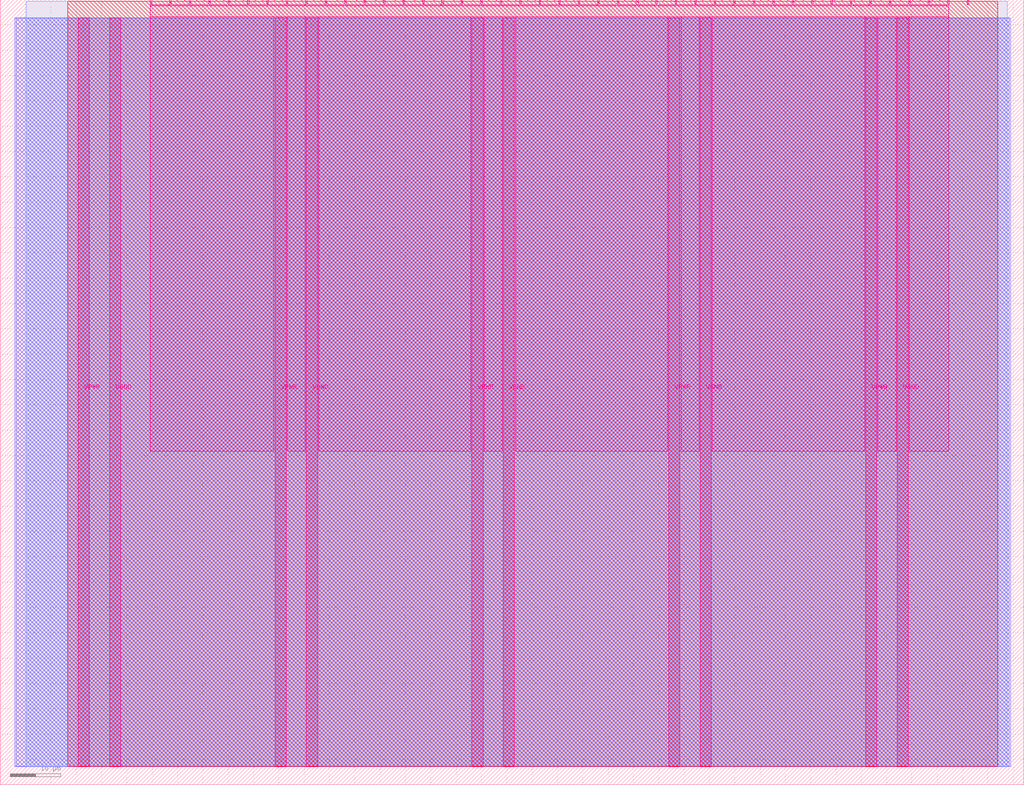
<source format=lef>
VERSION 5.7 ;
  NOWIREEXTENSIONATPIN ON ;
  DIVIDERCHAR "/" ;
  BUSBITCHARS "[]" ;
MACRO tt_um_rejunity_vga_logo
  CLASS BLOCK ;
  FOREIGN tt_um_rejunity_vga_logo ;
  ORIGIN 0.000 0.000 ;
  SIZE 202.080 BY 154.980 ;
  PIN VGND
    DIRECTION INOUT ;
    USE GROUND ;
    PORT
      LAYER Metal5 ;
        RECT 21.580 3.560 23.780 151.420 ;
    END
    PORT
      LAYER Metal5 ;
        RECT 60.450 3.560 62.650 151.420 ;
    END
    PORT
      LAYER Metal5 ;
        RECT 99.320 3.560 101.520 151.420 ;
    END
    PORT
      LAYER Metal5 ;
        RECT 138.190 3.560 140.390 151.420 ;
    END
    PORT
      LAYER Metal5 ;
        RECT 177.060 3.560 179.260 151.420 ;
    END
  END VGND
  PIN VPWR
    DIRECTION INOUT ;
    USE POWER ;
    PORT
      LAYER Metal5 ;
        RECT 15.380 3.560 17.580 151.420 ;
    END
    PORT
      LAYER Metal5 ;
        RECT 54.250 3.560 56.450 151.420 ;
    END
    PORT
      LAYER Metal5 ;
        RECT 93.120 3.560 95.320 151.420 ;
    END
    PORT
      LAYER Metal5 ;
        RECT 131.990 3.560 134.190 151.420 ;
    END
    PORT
      LAYER Metal5 ;
        RECT 170.860 3.560 173.060 151.420 ;
    END
  END VPWR
  PIN clk
    DIRECTION INPUT ;
    USE SIGNAL ;
    ANTENNAGATEAREA 0.213200 ;
    PORT
      LAYER Metal5 ;
        RECT 187.050 153.980 187.350 154.980 ;
    END
  END clk
  PIN ena
    DIRECTION INPUT ;
    USE SIGNAL ;
    PORT
      LAYER Metal5 ;
        RECT 190.890 153.980 191.190 154.980 ;
    END
  END ena
  PIN rst_n
    DIRECTION INPUT ;
    USE SIGNAL ;
    ANTENNAGATEAREA 0.629200 ;
    PORT
      LAYER Metal5 ;
        RECT 183.210 153.980 183.510 154.980 ;
    END
  END rst_n
  PIN ui_in[0]
    DIRECTION INPUT ;
    USE SIGNAL ;
    PORT
      LAYER Metal5 ;
        RECT 179.370 153.980 179.670 154.980 ;
    END
  END ui_in[0]
  PIN ui_in[1]
    DIRECTION INPUT ;
    USE SIGNAL ;
    PORT
      LAYER Metal5 ;
        RECT 175.530 153.980 175.830 154.980 ;
    END
  END ui_in[1]
  PIN ui_in[2]
    DIRECTION INPUT ;
    USE SIGNAL ;
    PORT
      LAYER Metal5 ;
        RECT 171.690 153.980 171.990 154.980 ;
    END
  END ui_in[2]
  PIN ui_in[3]
    DIRECTION INPUT ;
    USE SIGNAL ;
    PORT
      LAYER Metal5 ;
        RECT 167.850 153.980 168.150 154.980 ;
    END
  END ui_in[3]
  PIN ui_in[4]
    DIRECTION INPUT ;
    USE SIGNAL ;
    PORT
      LAYER Metal5 ;
        RECT 164.010 153.980 164.310 154.980 ;
    END
  END ui_in[4]
  PIN ui_in[5]
    DIRECTION INPUT ;
    USE SIGNAL ;
    PORT
      LAYER Metal5 ;
        RECT 160.170 153.980 160.470 154.980 ;
    END
  END ui_in[5]
  PIN ui_in[6]
    DIRECTION INPUT ;
    USE SIGNAL ;
    PORT
      LAYER Metal5 ;
        RECT 156.330 153.980 156.630 154.980 ;
    END
  END ui_in[6]
  PIN ui_in[7]
    DIRECTION INPUT ;
    USE SIGNAL ;
    PORT
      LAYER Metal5 ;
        RECT 152.490 153.980 152.790 154.980 ;
    END
  END ui_in[7]
  PIN uio_in[0]
    DIRECTION INPUT ;
    USE SIGNAL ;
    PORT
      LAYER Metal5 ;
        RECT 148.650 153.980 148.950 154.980 ;
    END
  END uio_in[0]
  PIN uio_in[1]
    DIRECTION INPUT ;
    USE SIGNAL ;
    PORT
      LAYER Metal5 ;
        RECT 144.810 153.980 145.110 154.980 ;
    END
  END uio_in[1]
  PIN uio_in[2]
    DIRECTION INPUT ;
    USE SIGNAL ;
    PORT
      LAYER Metal5 ;
        RECT 140.970 153.980 141.270 154.980 ;
    END
  END uio_in[2]
  PIN uio_in[3]
    DIRECTION INPUT ;
    USE SIGNAL ;
    PORT
      LAYER Metal5 ;
        RECT 137.130 153.980 137.430 154.980 ;
    END
  END uio_in[3]
  PIN uio_in[4]
    DIRECTION INPUT ;
    USE SIGNAL ;
    PORT
      LAYER Metal5 ;
        RECT 133.290 153.980 133.590 154.980 ;
    END
  END uio_in[4]
  PIN uio_in[5]
    DIRECTION INPUT ;
    USE SIGNAL ;
    PORT
      LAYER Metal5 ;
        RECT 129.450 153.980 129.750 154.980 ;
    END
  END uio_in[5]
  PIN uio_in[6]
    DIRECTION INPUT ;
    USE SIGNAL ;
    PORT
      LAYER Metal5 ;
        RECT 125.610 153.980 125.910 154.980 ;
    END
  END uio_in[6]
  PIN uio_in[7]
    DIRECTION INPUT ;
    USE SIGNAL ;
    PORT
      LAYER Metal5 ;
        RECT 121.770 153.980 122.070 154.980 ;
    END
  END uio_in[7]
  PIN uio_oe[0]
    DIRECTION OUTPUT ;
    USE SIGNAL ;
    ANTENNADIFFAREA 0.299200 ;
    PORT
      LAYER Metal5 ;
        RECT 56.490 153.980 56.790 154.980 ;
    END
  END uio_oe[0]
  PIN uio_oe[1]
    DIRECTION OUTPUT ;
    USE SIGNAL ;
    ANTENNADIFFAREA 0.299200 ;
    PORT
      LAYER Metal5 ;
        RECT 52.650 153.980 52.950 154.980 ;
    END
  END uio_oe[1]
  PIN uio_oe[2]
    DIRECTION OUTPUT ;
    USE SIGNAL ;
    ANTENNADIFFAREA 0.299200 ;
    PORT
      LAYER Metal5 ;
        RECT 48.810 153.980 49.110 154.980 ;
    END
  END uio_oe[2]
  PIN uio_oe[3]
    DIRECTION OUTPUT ;
    USE SIGNAL ;
    ANTENNADIFFAREA 0.299200 ;
    PORT
      LAYER Metal5 ;
        RECT 44.970 153.980 45.270 154.980 ;
    END
  END uio_oe[3]
  PIN uio_oe[4]
    DIRECTION OUTPUT ;
    USE SIGNAL ;
    ANTENNADIFFAREA 0.299200 ;
    PORT
      LAYER Metal5 ;
        RECT 41.130 153.980 41.430 154.980 ;
    END
  END uio_oe[4]
  PIN uio_oe[5]
    DIRECTION OUTPUT ;
    USE SIGNAL ;
    ANTENNADIFFAREA 0.299200 ;
    PORT
      LAYER Metal5 ;
        RECT 37.290 153.980 37.590 154.980 ;
    END
  END uio_oe[5]
  PIN uio_oe[6]
    DIRECTION OUTPUT ;
    USE SIGNAL ;
    ANTENNADIFFAREA 0.299200 ;
    PORT
      LAYER Metal5 ;
        RECT 33.450 153.980 33.750 154.980 ;
    END
  END uio_oe[6]
  PIN uio_oe[7]
    DIRECTION OUTPUT ;
    USE SIGNAL ;
    ANTENNADIFFAREA 0.299200 ;
    PORT
      LAYER Metal5 ;
        RECT 29.610 153.980 29.910 154.980 ;
    END
  END uio_oe[7]
  PIN uio_out[0]
    DIRECTION OUTPUT ;
    USE SIGNAL ;
    ANTENNADIFFAREA 0.299200 ;
    PORT
      LAYER Metal5 ;
        RECT 87.210 153.980 87.510 154.980 ;
    END
  END uio_out[0]
  PIN uio_out[1]
    DIRECTION OUTPUT ;
    USE SIGNAL ;
    ANTENNADIFFAREA 0.299200 ;
    PORT
      LAYER Metal5 ;
        RECT 83.370 153.980 83.670 154.980 ;
    END
  END uio_out[1]
  PIN uio_out[2]
    DIRECTION OUTPUT ;
    USE SIGNAL ;
    ANTENNADIFFAREA 0.299200 ;
    PORT
      LAYER Metal5 ;
        RECT 79.530 153.980 79.830 154.980 ;
    END
  END uio_out[2]
  PIN uio_out[3]
    DIRECTION OUTPUT ;
    USE SIGNAL ;
    ANTENNADIFFAREA 0.299200 ;
    PORT
      LAYER Metal5 ;
        RECT 75.690 153.980 75.990 154.980 ;
    END
  END uio_out[3]
  PIN uio_out[4]
    DIRECTION OUTPUT ;
    USE SIGNAL ;
    ANTENNADIFFAREA 0.299200 ;
    PORT
      LAYER Metal5 ;
        RECT 71.850 153.980 72.150 154.980 ;
    END
  END uio_out[4]
  PIN uio_out[5]
    DIRECTION OUTPUT ;
    USE SIGNAL ;
    ANTENNADIFFAREA 0.299200 ;
    PORT
      LAYER Metal5 ;
        RECT 68.010 153.980 68.310 154.980 ;
    END
  END uio_out[5]
  PIN uio_out[6]
    DIRECTION OUTPUT ;
    USE SIGNAL ;
    ANTENNADIFFAREA 0.299200 ;
    PORT
      LAYER Metal5 ;
        RECT 64.170 153.980 64.470 154.980 ;
    END
  END uio_out[6]
  PIN uio_out[7]
    DIRECTION OUTPUT ;
    USE SIGNAL ;
    ANTENNADIFFAREA 0.299200 ;
    PORT
      LAYER Metal5 ;
        RECT 60.330 153.980 60.630 154.980 ;
    END
  END uio_out[7]
  PIN uo_out[0]
    DIRECTION OUTPUT ;
    USE SIGNAL ;
    ANTENNADIFFAREA 0.632400 ;
    PORT
      LAYER Metal5 ;
        RECT 117.930 153.980 118.230 154.980 ;
    END
  END uo_out[0]
  PIN uo_out[1]
    DIRECTION OUTPUT ;
    USE SIGNAL ;
    ANTENNADIFFAREA 0.632400 ;
    PORT
      LAYER Metal5 ;
        RECT 114.090 153.980 114.390 154.980 ;
    END
  END uo_out[1]
  PIN uo_out[2]
    DIRECTION OUTPUT ;
    USE SIGNAL ;
    ANTENNADIFFAREA 0.632400 ;
    PORT
      LAYER Metal5 ;
        RECT 110.250 153.980 110.550 154.980 ;
    END
  END uo_out[2]
  PIN uo_out[3]
    DIRECTION OUTPUT ;
    USE SIGNAL ;
    ANTENNADIFFAREA 0.654800 ;
    PORT
      LAYER Metal5 ;
        RECT 106.410 153.980 106.710 154.980 ;
    END
  END uo_out[3]
  PIN uo_out[4]
    DIRECTION OUTPUT ;
    USE SIGNAL ;
    ANTENNADIFFAREA 0.632400 ;
    PORT
      LAYER Metal5 ;
        RECT 102.570 153.980 102.870 154.980 ;
    END
  END uo_out[4]
  PIN uo_out[5]
    DIRECTION OUTPUT ;
    USE SIGNAL ;
    ANTENNADIFFAREA 0.632400 ;
    PORT
      LAYER Metal5 ;
        RECT 98.730 153.980 99.030 154.980 ;
    END
  END uo_out[5]
  PIN uo_out[6]
    DIRECTION OUTPUT ;
    USE SIGNAL ;
    ANTENNADIFFAREA 0.632400 ;
    PORT
      LAYER Metal5 ;
        RECT 94.890 153.980 95.190 154.980 ;
    END
  END uo_out[6]
  PIN uo_out[7]
    DIRECTION OUTPUT ;
    USE SIGNAL ;
    ANTENNADIFFAREA 0.632400 ;
    PORT
      LAYER Metal5 ;
        RECT 91.050 153.980 91.350 154.980 ;
    END
  END uo_out[7]
  OBS
      LAYER GatPoly ;
        RECT 2.880 3.630 199.200 151.350 ;
      LAYER Metal1 ;
        RECT 2.880 3.560 199.200 151.420 ;
      LAYER Metal2 ;
        RECT 3.170 3.680 199.475 151.300 ;
      LAYER Metal3 ;
        RECT 5.180 3.635 198.820 154.705 ;
      LAYER Metal4 ;
        RECT 13.295 3.680 196.945 154.660 ;
      LAYER Metal5 ;
        RECT 30.120 153.770 33.240 153.980 ;
        RECT 33.960 153.770 37.080 153.980 ;
        RECT 37.800 153.770 40.920 153.980 ;
        RECT 41.640 153.770 44.760 153.980 ;
        RECT 45.480 153.770 48.600 153.980 ;
        RECT 49.320 153.770 52.440 153.980 ;
        RECT 53.160 153.770 56.280 153.980 ;
        RECT 57.000 153.770 60.120 153.980 ;
        RECT 60.840 153.770 63.960 153.980 ;
        RECT 64.680 153.770 67.800 153.980 ;
        RECT 68.520 153.770 71.640 153.980 ;
        RECT 72.360 153.770 75.480 153.980 ;
        RECT 76.200 153.770 79.320 153.980 ;
        RECT 80.040 153.770 83.160 153.980 ;
        RECT 83.880 153.770 87.000 153.980 ;
        RECT 87.720 153.770 90.840 153.980 ;
        RECT 91.560 153.770 94.680 153.980 ;
        RECT 95.400 153.770 98.520 153.980 ;
        RECT 99.240 153.770 102.360 153.980 ;
        RECT 103.080 153.770 106.200 153.980 ;
        RECT 106.920 153.770 110.040 153.980 ;
        RECT 110.760 153.770 113.880 153.980 ;
        RECT 114.600 153.770 117.720 153.980 ;
        RECT 118.440 153.770 121.560 153.980 ;
        RECT 122.280 153.770 125.400 153.980 ;
        RECT 126.120 153.770 129.240 153.980 ;
        RECT 129.960 153.770 133.080 153.980 ;
        RECT 133.800 153.770 136.920 153.980 ;
        RECT 137.640 153.770 140.760 153.980 ;
        RECT 141.480 153.770 144.600 153.980 ;
        RECT 145.320 153.770 148.440 153.980 ;
        RECT 149.160 153.770 152.280 153.980 ;
        RECT 153.000 153.770 156.120 153.980 ;
        RECT 156.840 153.770 159.960 153.980 ;
        RECT 160.680 153.770 163.800 153.980 ;
        RECT 164.520 153.770 167.640 153.980 ;
        RECT 168.360 153.770 171.480 153.980 ;
        RECT 172.200 153.770 175.320 153.980 ;
        RECT 176.040 153.770 179.160 153.980 ;
        RECT 179.880 153.770 183.000 153.980 ;
        RECT 183.720 153.770 186.840 153.980 ;
        RECT 29.660 151.630 187.300 153.770 ;
        RECT 29.660 65.795 54.040 151.630 ;
        RECT 56.660 65.795 60.240 151.630 ;
        RECT 62.860 65.795 92.910 151.630 ;
        RECT 95.530 65.795 99.110 151.630 ;
        RECT 101.730 65.795 131.780 151.630 ;
        RECT 134.400 65.795 137.980 151.630 ;
        RECT 140.600 65.795 170.650 151.630 ;
        RECT 173.270 65.795 176.850 151.630 ;
        RECT 179.470 65.795 187.300 151.630 ;
  END
END tt_um_rejunity_vga_logo
END LIBRARY


</source>
